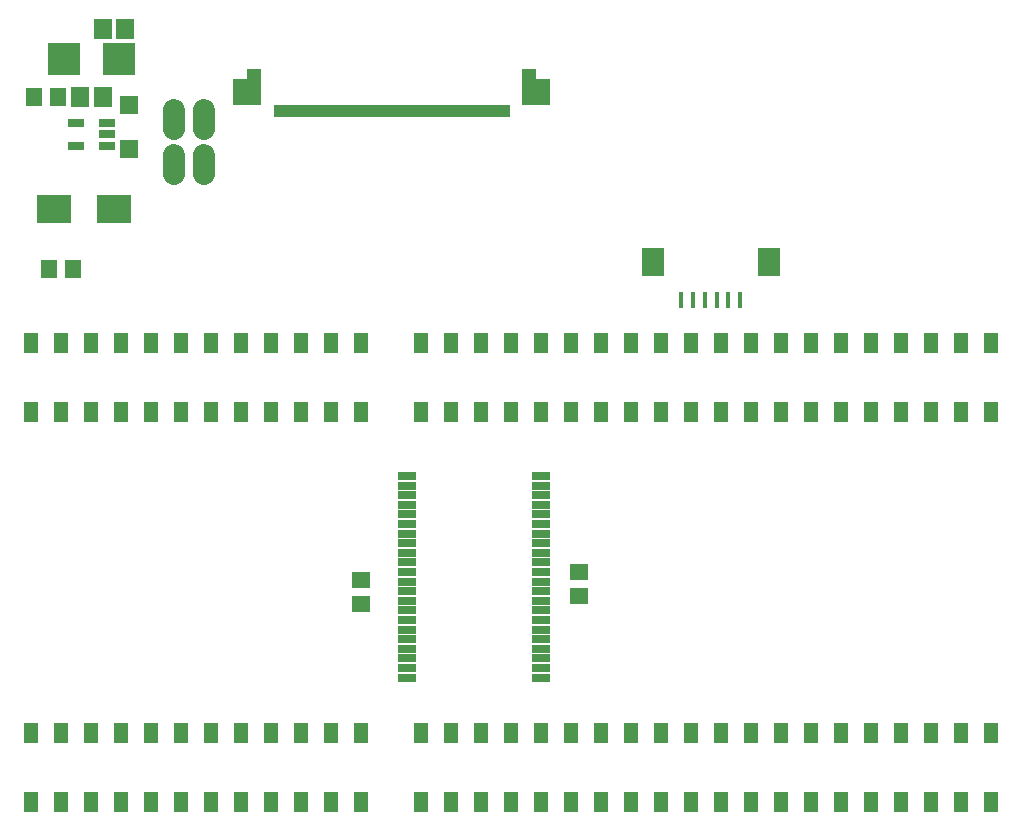
<source format=gts>
G04 EAGLE Gerber RS-274X export*
G75*
%MOMM*%
%FSLAX34Y34*%
%LPD*%
%INSoldermask Top*%
%IPPOS*%
%AMOC8*
5,1,8,0,0,1.08239X$1,22.5*%
G01*
%ADD10R,1.503200X1.403200*%
%ADD11R,1.403200X1.503200*%
%ADD12R,1.503200X1.703200*%
%ADD13R,2.743200X2.743200*%
%ADD14R,1.603200X1.603200*%
%ADD15R,0.503200X1.003200*%
%ADD16R,1.150000X2.200000*%
%ADD17R,1.300000X3.050000*%
%ADD18R,0.400000X1.400000*%
%ADD19R,1.900000X2.350000*%
%ADD20C,1.828800*%
%ADD21R,2.895600X2.413000*%
%ADD22R,1.524000X0.711200*%
%ADD23R,1.193800X1.752600*%
%ADD24R,1.403200X0.753200*%


D10*
X488950Y193040D03*
X488950Y213360D03*
D11*
X40640Y469900D03*
X60960Y469900D03*
D12*
X104750Y673100D03*
X85750Y673100D03*
X66700Y615950D03*
X85700Y615950D03*
D13*
X99695Y647700D03*
X52705Y647700D03*
D14*
X107950Y609050D03*
X107950Y572050D03*
D15*
X428100Y603650D03*
X423100Y603650D03*
X418100Y603650D03*
X413100Y603650D03*
X408100Y603650D03*
X403100Y603650D03*
X398100Y603650D03*
X393100Y603650D03*
X388100Y603650D03*
X383100Y603650D03*
X378100Y603650D03*
X373100Y603650D03*
X368100Y603650D03*
X363100Y603650D03*
X358100Y603650D03*
X353100Y603650D03*
X348100Y603650D03*
X343100Y603650D03*
X338100Y603650D03*
X333100Y603650D03*
X328100Y603650D03*
X323100Y603650D03*
X318100Y603650D03*
X313100Y603650D03*
X308100Y603650D03*
X303100Y603650D03*
X298100Y603650D03*
X293100Y603650D03*
X288100Y603650D03*
X283100Y603650D03*
D16*
X202312Y619650D03*
D17*
X214062Y623900D03*
D16*
X458850Y619650D03*
D17*
X447100Y623900D03*
D15*
X278100Y603650D03*
X273100Y603650D03*
X268100Y603650D03*
X263100Y603650D03*
X258100Y603650D03*
X253100Y603650D03*
X248100Y603650D03*
X243100Y603650D03*
X238100Y603650D03*
X233100Y603650D03*
D18*
X625550Y443750D03*
X615550Y443750D03*
X605550Y443750D03*
X595550Y443750D03*
X585550Y443750D03*
X575550Y443750D03*
D19*
X551550Y476250D03*
X649550Y476250D03*
D20*
X146050Y588772D02*
X146050Y605028D01*
X171450Y605028D02*
X171450Y588772D01*
X146050Y566928D02*
X146050Y550672D01*
X171450Y550672D02*
X171450Y566928D01*
D21*
X95377Y520700D03*
X44323Y520700D03*
D11*
X27940Y615950D03*
X48260Y615950D03*
D22*
X343281Y294894D03*
X343281Y286766D03*
X343281Y278638D03*
X343281Y270510D03*
X343281Y262382D03*
X343281Y254254D03*
X343281Y246126D03*
X343281Y237998D03*
X343281Y229870D03*
X343281Y221742D03*
X343281Y213614D03*
X343281Y205486D03*
X343281Y197358D03*
X343281Y189230D03*
X343281Y181102D03*
X343281Y172974D03*
X343281Y164846D03*
X343281Y156718D03*
X343281Y148590D03*
X343281Y140462D03*
X343281Y132334D03*
X343281Y124206D03*
X456819Y124206D03*
X456819Y132334D03*
X456819Y140462D03*
X456819Y148590D03*
X456819Y156718D03*
X456819Y164846D03*
X456819Y172974D03*
X456819Y181102D03*
X456819Y189230D03*
X456819Y197358D03*
X456819Y205486D03*
X456819Y213614D03*
X456819Y221742D03*
X456819Y229870D03*
X456819Y237998D03*
X456819Y246126D03*
X456819Y254254D03*
X456819Y262382D03*
X456819Y270510D03*
X456819Y278638D03*
X456819Y286766D03*
X456819Y294894D03*
D23*
X304800Y19050D03*
X279400Y19050D03*
X254000Y19050D03*
X228600Y19050D03*
X203200Y19050D03*
X177800Y19050D03*
X152400Y19050D03*
X127000Y19050D03*
X101600Y19050D03*
X76200Y19050D03*
X50800Y19050D03*
X25400Y19050D03*
X304800Y77470D03*
X279400Y77470D03*
X254000Y77470D03*
X228600Y77470D03*
X203200Y77470D03*
X177800Y77470D03*
X152400Y77470D03*
X127000Y77470D03*
X101600Y77470D03*
X76200Y77470D03*
X50800Y77470D03*
X25400Y77470D03*
X838200Y19050D03*
X812800Y19050D03*
X787400Y19050D03*
X762000Y19050D03*
X736600Y19050D03*
X711200Y19050D03*
X685800Y19050D03*
X660400Y19050D03*
X635000Y19050D03*
X609600Y19050D03*
X381000Y19050D03*
X355600Y19050D03*
X838200Y77470D03*
X812800Y77470D03*
X787400Y77470D03*
X762000Y77470D03*
X736600Y77470D03*
X711200Y77470D03*
X685800Y77470D03*
X660400Y77470D03*
X635000Y77470D03*
X609600Y77470D03*
X381000Y77470D03*
X355600Y77470D03*
X584200Y19050D03*
X558800Y19050D03*
X533400Y19050D03*
X508000Y19050D03*
X482600Y19050D03*
X457200Y19050D03*
X431800Y19050D03*
X406400Y19050D03*
X584200Y77470D03*
X558800Y77470D03*
X533400Y77470D03*
X508000Y77470D03*
X482600Y77470D03*
X457200Y77470D03*
X431800Y77470D03*
X406400Y77470D03*
X304800Y349250D03*
X279400Y349250D03*
X254000Y349250D03*
X228600Y349250D03*
X203200Y349250D03*
X177800Y349250D03*
X152400Y349250D03*
X127000Y349250D03*
X101600Y349250D03*
X76200Y349250D03*
X50800Y349250D03*
X25400Y349250D03*
X304800Y407670D03*
X279400Y407670D03*
X254000Y407670D03*
X228600Y407670D03*
X203200Y407670D03*
X177800Y407670D03*
X152400Y407670D03*
X127000Y407670D03*
X101600Y407670D03*
X76200Y407670D03*
X50800Y407670D03*
X25400Y407670D03*
X838200Y349250D03*
X812800Y349250D03*
X787400Y349250D03*
X762000Y349250D03*
X736600Y349250D03*
X711200Y349250D03*
X685800Y349250D03*
X660400Y349250D03*
X635000Y349250D03*
X609600Y349250D03*
X381000Y349250D03*
X355600Y349250D03*
X838200Y407670D03*
X812800Y407670D03*
X787400Y407670D03*
X762000Y407670D03*
X736600Y407670D03*
X711200Y407670D03*
X685800Y407670D03*
X660400Y407670D03*
X635000Y407670D03*
X609600Y407670D03*
X381000Y407670D03*
X355600Y407670D03*
X584200Y349250D03*
X558800Y349250D03*
X533400Y349250D03*
X508000Y349250D03*
X482600Y349250D03*
X457200Y349250D03*
X431800Y349250D03*
X406400Y349250D03*
X584200Y407670D03*
X558800Y407670D03*
X533400Y407670D03*
X508000Y407670D03*
X482600Y407670D03*
X457200Y407670D03*
X431800Y407670D03*
X406400Y407670D03*
D24*
X89201Y574700D03*
X89201Y584200D03*
X89201Y593700D03*
X63199Y593700D03*
X63199Y574700D03*
D10*
X304800Y207010D03*
X304800Y186690D03*
M02*

</source>
